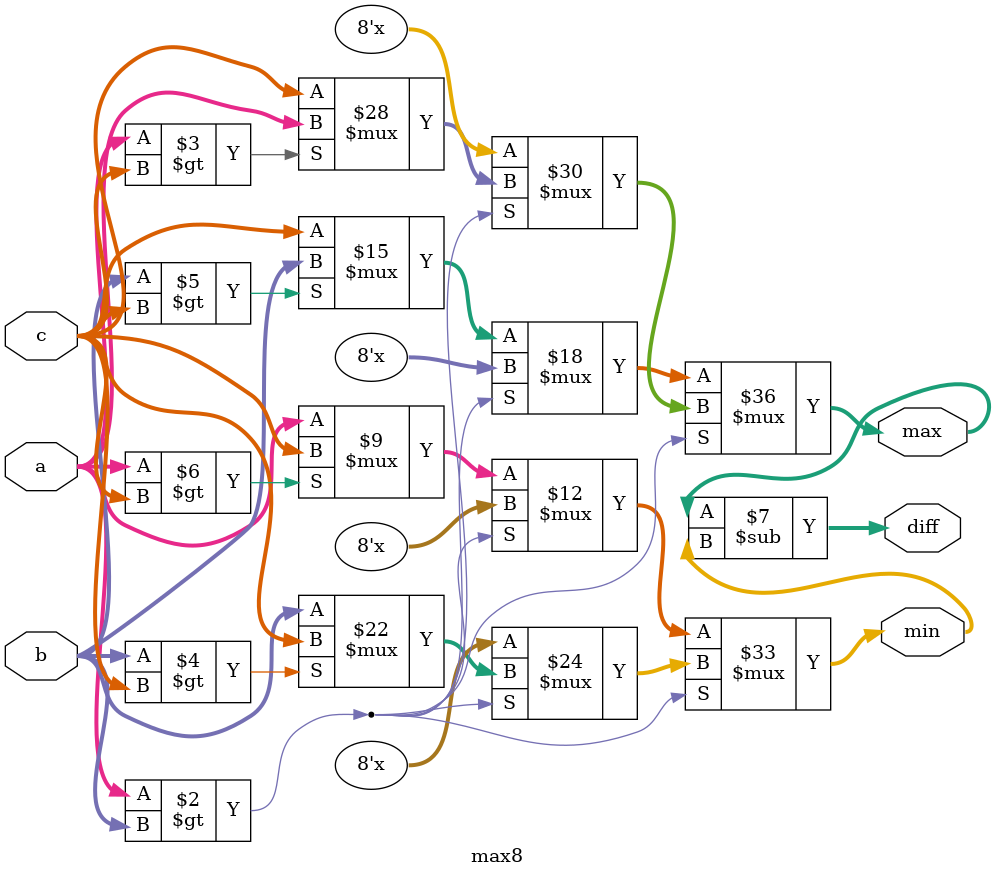
<source format=v>
module max8 (input [7:0] a, b, c, output reg [7:0] max, min, diff);

    always @ *
        begin
            if (a > b)
            begin
                if (a > c)
                    max = a;
                else
                    max = c;
                if (b > c)
                    min = c;
                else
                    min = b;
            end
            
            else
            begin
                if (b > c)
                    max = b;
                else
                    max = c;
                if (a > c)
                    min = c;
                else
                    min = a;
            end
            diff[7:0] = max[7:0] - min[7:0];
        end

endmodule
</source>
